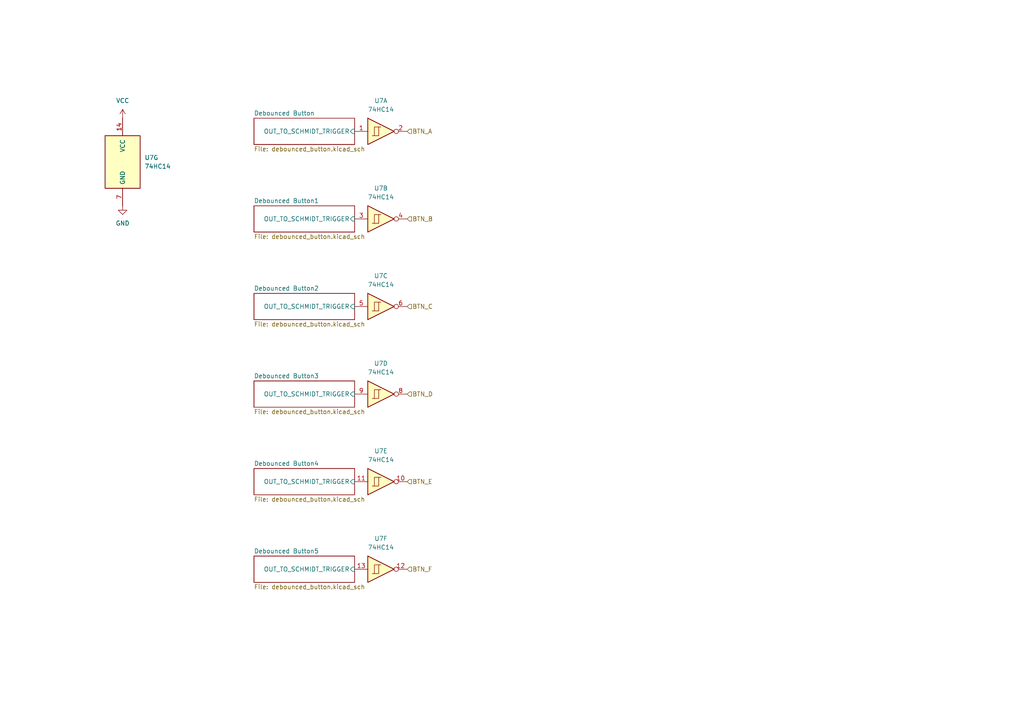
<source format=kicad_sch>
(kicad_sch (version 20250114) (generator "eeschema") (generator_version "9.0")
  (paper "A4")
  (title_block (date "2025-02-23") (rev "v0.2") (company "kevontheweb"))
  (lib_symbols
    (symbol "74xx:74HC14" (pin_names (offset 1.016))
      (property "Reference" "U" (at 0 1.27 0))
      (property "Value" "74HC14" (at 0 -1.27 0))
      (symbol "74HC14_1_0"
        (polyline (pts (xy -3.81 3.81) (xy -3.81 -3.81) (xy 3.81 0) (xy -3.81 3.81)) (stroke (width 0.254)) (fill (type background)))
        (pin input line (at -7.62 0 0) (length 3.81) (name "~") (number "1"))
        (pin output inverted (at 7.62 0 180) (length 3.81) (name "~") (number "2"))
      )
      (symbol "74HC14_1_1"
        (polyline (pts (xy -2.54 -1.27) (xy -0.635 -1.27) (xy -0.635 1.27) (xy 0 1.27)))
        (polyline (pts (xy -1.905 -1.27) (xy -1.905 1.27) (xy -0.635 1.27)))
      )
      (symbol "74HC14_2_0"
        (polyline (pts (xy -3.81 3.81) (xy -3.81 -3.81) (xy 3.81 0) (xy -3.81 3.81)) (stroke (width 0.254)) (fill (type background)))
        (pin input line (at -7.62 0 0) (length 3.81) (name "~") (number "3"))
        (pin output inverted (at 7.62 0 180) (length 3.81) (name "~") (number "4"))
      )
      (symbol "74HC14_2_1"
        (polyline (pts (xy -2.54 -1.27) (xy -0.635 -1.27) (xy -0.635 1.27) (xy 0 1.27)))
        (polyline (pts (xy -1.905 -1.27) (xy -1.905 1.27) (xy -0.635 1.27)))
      )
      (symbol "74HC14_3_0"
        (polyline (pts (xy -3.81 3.81) (xy -3.81 -3.81) (xy 3.81 0) (xy -3.81 3.81)) (stroke (width 0.254)) (fill (type background)))
        (pin input line (at -7.62 0 0) (length 3.81) (name "~") (number "5"))
        (pin output inverted (at 7.62 0 180) (length 3.81) (name "~") (number "6"))
      )
      (symbol "74HC14_3_1"
        (polyline (pts (xy -2.54 -1.27) (xy -0.635 -1.27) (xy -0.635 1.27) (xy 0 1.27)))
        (polyline (pts (xy -1.905 -1.27) (xy -1.905 1.27) (xy -0.635 1.27)))
      )
      (symbol "74HC14_4_0"
        (polyline (pts (xy -3.81 3.81) (xy -3.81 -3.81) (xy 3.81 0) (xy -3.81 3.81)) (stroke (width 0.254)) (fill (type background)))
        (pin input line (at -7.62 0 0) (length 3.81) (name "~") (number "9"))
        (pin output inverted (at 7.62 0 180) (length 3.81) (name "~") (number "8"))
      )
      (symbol "74HC14_4_1"
        (polyline (pts (xy -2.54 -1.27) (xy -0.635 -1.27) (xy -0.635 1.27) (xy 0 1.27)))
        (polyline (pts (xy -1.905 -1.27) (xy -1.905 1.27) (xy -0.635 1.27)))
      )
      (symbol "74HC14_5_0"
        (polyline (pts (xy -3.81 3.81) (xy -3.81 -3.81) (xy 3.81 0) (xy -3.81 3.81)) (stroke (width 0.254)) (fill (type background)))
        (pin input line (at -7.62 0 0) (length 3.81) (name "~") (number "11"))
        (pin output inverted (at 7.62 0 180) (length 3.81) (name "~") (number "10"))
      )
      (symbol "74HC14_5_1"
        (polyline (pts (xy -2.54 -1.27) (xy -0.635 -1.27) (xy -0.635 1.27) (xy 0 1.27)))
        (polyline (pts (xy -1.905 -1.27) (xy -1.905 1.27) (xy -0.635 1.27)))
      )
      (symbol "74HC14_6_0"
        (polyline (pts (xy -3.81 3.81) (xy -3.81 -3.81) (xy 3.81 0) (xy -3.81 3.81)) (stroke (width 0.254)) (fill (type background)))
        (pin input line (at -7.62 0 0) (length 3.81) (name "~") (number "13"))
        (pin output inverted (at 7.62 0 180) (length 3.81) (name "~") (number "12"))
      )
      (symbol "74HC14_6_1"
        (polyline (pts (xy -2.54 -1.27) (xy -0.635 -1.27) (xy -0.635 1.27) (xy 0 1.27)))
        (polyline (pts (xy -1.905 -1.27) (xy -1.905 1.27) (xy -0.635 1.27)))
      )
      (symbol "74HC14_7_0"
        (pin power_in line (at 0 12.7 270) (length 5.08) (name "VCC") (number "14"))
        (pin power_in line (at 0 -12.7 90) (length 5.08) (name "GND") (number "7"))
      )
      (symbol "74HC14_7_1"
        (rectangle (start -5.08 7.62) (end 5.08 -7.62) (stroke (width 0.254)) (fill (type background)))
      )
    )
    (symbol "power:GND" (power) (pin_numbers (hide yes)) (pin_names (offset 0) (hide yes))
      (property "Value" "GND" (at 0 -3.81 0))
      (symbol "GND_0_1"
        (polyline (pts (xy 0 0) (xy 0 -1.27) (xy 1.27 -1.27) (xy 0 -2.54) (xy -1.27 -1.27) (xy 0 -1.27)))
      )
      (symbol "GND_1_1"
        (pin power_in line (at 0 0 270) (length 0) (name "~") (number "1"))
      )
    )
    (symbol "power:VCC" (power) (pin_numbers (hide yes)) (pin_names (offset 0) (hide yes))
      (property "Value" "VCC" (at 0 3.556 0))
      (symbol "VCC_0_1"
        (polyline (pts (xy -0.762 1.27) (xy 0 2.54)))
        (polyline (pts (xy 0 2.54) (xy 0.762 1.27)))
        (polyline (pts (xy 0 0) (xy 0 2.54)))
      )
      (symbol "VCC_1_1"
        (pin power_in line (at 0 0 90) (length 0) (name "~") (number "1"))
      )
    )
  )
  (hierarchical_label "BTN_C" (shape input) (at 118.11 88.9 0))
  (hierarchical_label "BTN_A" (shape input) (at 118.11 38.1 0))
  (hierarchical_label "BTN_E" (shape input) (at 118.11 139.7 0))
  (hierarchical_label "BTN_D" (shape input) (at 118.11 114.3 0))
  (hierarchical_label "BTN_B" (shape input) (at 118.11 63.5 0))
  (hierarchical_label "BTN_F" (shape input) (at 118.11 165.1 0))
  (symbol (lib_id "74xx:74HC14") (at 35.56 46.99 0) (unit 7)
    (property "Reference" "U7" (at 41.91 45.7199 0) (effects (justify left)))
    (property "Value" "74HC14" (at 41.91 48.2599 0) (effects (justify left)))
    (property "Footprint" "Package_SO:SO-14_3.9x8.65mm_P1.27mm" (effects (hide yes)))
    (property "Datasheet" "http://www.ti.com/lit/gpn/sn74HC14" (effects (hide yes)))
    (property "Description" "Hex inverter schmitt trigger" (effects (hide yes)))
    (instances (project "" (path "" (reference "U7") (unit 7)) (path "" (reference "U10") (unit 7))))
  )
  (symbol (lib_id "power:GND") (at 35.56 59.69 0) (unit 1)
    (property "Reference" "#PWR087" (effects (hide yes)))
    (property "Value" "GND" (at 35.56 64.77 0))
    (property "Description" "Power symbol creates a global label with name \"GND\" , ground" (effects (hide yes)))
    (instances (project "BananaGuard" (path "" (reference "#PWR087") (unit 1)) (path "" (reference "#PWR0118") (unit 1))))
  )
  (symbol (lib_id "74xx:74HC14") (at 110.49 88.9 0) (unit 3)
    (property "Reference" "U7" (at 110.49 80.01 0))
    (property "Value" "74HC14" (at 110.49 82.55 0))
    (property "Footprint" "Package_SO:SO-14_3.9x8.65mm_P1.27mm" (effects (hide yes)))
    (property "Datasheet" "http://www.ti.com/lit/gpn/sn74HC14" (effects (hide yes)))
    (property "Description" "Hex inverter schmitt trigger" (effects (hide yes)))
    (instances (project "" (path "" (reference "U7") (unit 3)) (path "" (reference "U10") (unit 3))))
  )
  (symbol (lib_id "74xx:74HC14") (at 110.49 165.1 0) (unit 6)
    (property "Reference" "U7" (at 110.49 156.21 0))
    (property "Value" "74HC14" (at 110.49 158.75 0))
    (property "Footprint" "Package_SO:SO-14_3.9x8.65mm_P1.27mm" (effects (hide yes)))
    (property "Datasheet" "http://www.ti.com/lit/gpn/sn74HC14" (effects (hide yes)))
    (property "Description" "Hex inverter schmitt trigger" (effects (hide yes)))
    (instances (project "" (path "" (reference "U7") (unit 6)) (path "" (reference "U10") (unit 6))))
  )
  (symbol (lib_id "74xx:74HC14") (at 110.49 139.7 0) (unit 5)
    (property "Reference" "U7" (at 110.49 130.81 0))
    (property "Value" "74HC14" (at 110.49 133.35 0))
    (property "Footprint" "Package_SO:SO-14_3.9x8.65mm_P1.27mm" (effects (hide yes)))
    (property "Datasheet" "http://www.ti.com/lit/gpn/sn74HC14" (effects (hide yes)))
    (property "Description" "Hex inverter schmitt trigger" (effects (hide yes)))
    (instances (project "" (path "" (reference "U7") (unit 5)) (path "" (reference "U10") (unit 5))))
  )
  (symbol (lib_id "power:VCC") (at 35.56 34.29 0) (unit 1)
    (property "Reference" "#PWR086" (effects (hide yes)))
    (property "Value" "VCC" (at 35.56 29.21 0))
    (property "Description" "Power symbol creates a global label with name \"VCC\"" (effects (hide yes)))
    (instances (project "BananaGuard" (path "" (reference "#PWR086") (unit 1)) (path "" (reference "#PWR0117") (unit 1))))
  )
  (symbol (lib_id "74xx:74HC14") (at 110.49 114.3 0) (unit 4)
    (property "Reference" "U7" (at 110.49 105.41 0))
    (property "Value" "74HC14" (at 110.49 107.95 0))
    (property "Footprint" "Package_SO:SO-14_3.9x8.65mm_P1.27mm" (effects (hide yes)))
    (property "Datasheet" "http://www.ti.com/lit/gpn/sn74HC14" (effects (hide yes)))
    (property "Description" "Hex inverter schmitt trigger" (effects (hide yes)))
    (instances (project "" (path "" (reference "U7") (unit 4)) (path "" (reference "U10") (unit 4))))
  )
  (symbol (lib_id "74xx:74HC14") (at 110.49 63.5 0) (unit 2)
    (property "Reference" "U7" (at 110.49 54.61 0))
    (property "Value" "74HC14" (at 110.49 57.15 0))
    (property "Footprint" "Package_SO:SO-14_3.9x8.65mm_P1.27mm" (effects (hide yes)))
    (property "Datasheet" "http://www.ti.com/lit/gpn/sn74HC14" (effects (hide yes)))
    (property "Description" "Hex inverter schmitt trigger" (effects (hide yes)))
    (instances (project "" (path "" (reference "U7") (unit 2)) (path "" (reference "U10") (unit 2))))
  )
  (symbol (lib_id "74xx:74HC14") (at 110.49 38.1 0) (unit 1)
    (property "Reference" "U7" (at 110.49 29.21 0))
    (property "Value" "74HC14" (at 110.49 31.75 0))
    (property "Footprint" "Package_SO:SO-14_3.9x8.65mm_P1.27mm" (effects (hide yes)))
    (property "Datasheet" "http://www.ti.com/lit/gpn/sn74HC14" (effects (hide yes)))
    (property "Description" "Hex inverter schmitt trigger" (effects (hide yes)))
    (instances (project "" (path "" (reference "U7") (unit 1)) (path "" (reference "U10") (unit 1))))
  )
  (sheet (at 73.66 110.49) (size 29.21 7.62) (stroke (width 0.1524))
    (property "Sheetname" "Debounced Button3" (at 73.66 109.7784 0) (effects (justify left bottom)))
    (property "Sheetfile" "debounced_button.kicad_sch" (at 73.66 118.6946 0) (effects (justify left top)))
    (pin "OUT_TO_SCHMIDT_TRIGGER" input (at 102.87 114.3 0))
  )
  (sheet (at 73.66 135.89) (size 29.21 7.62) (stroke (width 0.1524))
    (property "Sheetname" "Debounced Button4" (at 73.66 135.1784 0) (effects (justify left bottom)))
    (property "Sheetfile" "debounced_button.kicad_sch" (at 73.66 144.0946 0) (effects (justify left top)))
    (pin "OUT_TO_SCHMIDT_TRIGGER" input (at 102.87 139.7 0))
  )
  (sheet (at 73.66 161.29) (size 29.21 7.62) (stroke (width 0.1524))
    (property "Sheetname" "Debounced Button5" (at 73.66 160.5784 0) (effects (justify left bottom)))
    (property "Sheetfile" "debounced_button.kicad_sch" (at 73.66 169.4946 0) (effects (justify left top)))
    (pin "OUT_TO_SCHMIDT_TRIGGER" input (at 102.87 165.1 0))
  )
  (sheet (at 73.66 85.09) (size 29.21 7.62) (stroke (width 0.1524))
    (property "Sheetname" "Debounced Button2" (at 73.66 84.3784 0) (effects (justify left bottom)))
    (property "Sheetfile" "debounced_button.kicad_sch" (at 73.66 93.2946 0) (effects (justify left top)))
    (pin "OUT_TO_SCHMIDT_TRIGGER" input (at 102.87 88.9 0))
  )
  (sheet (at 73.66 34.29) (size 29.21 7.62) (stroke (width 0.1524))
    (property "Sheetname" "Debounced Button" (at 73.66 33.5784 0) (effects (justify left bottom)))
    (property "Sheetfile" "debounced_button.kicad_sch" (at 73.66 42.4946 0) (effects (justify left top)))
    (pin "OUT_TO_SCHMIDT_TRIGGER" input (at 102.87 38.1 0))
  )
  (sheet (at 73.66 59.69) (size 29.21 7.62) (stroke (width 0.1524))
    (property "Sheetname" "Debounced Button1" (at 73.66 58.9784 0) (effects (justify left bottom)))
    (property "Sheetfile" "debounced_button.kicad_sch" (at 73.66 67.8946 0) (effects (justify left top)))
    (pin "OUT_TO_SCHMIDT_TRIGGER" input (at 102.87 63.5 0))
  )
)
</source>
